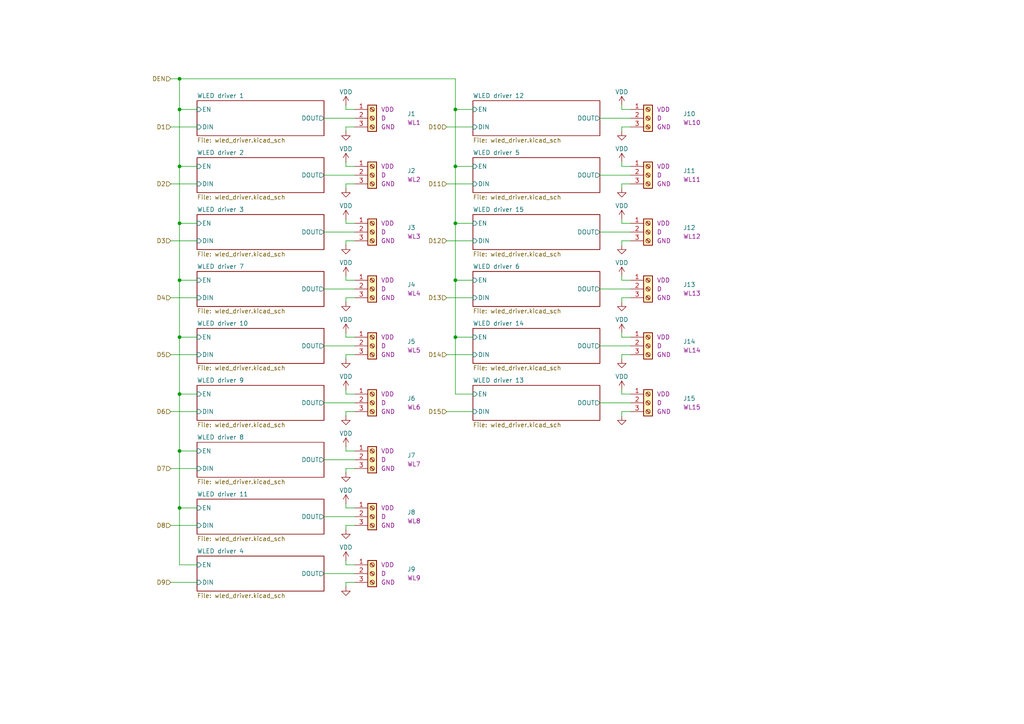
<source format=kicad_sch>
(kicad_sch (version 20231120) (generator "eeschema") (generator_version "8.0")
  (paper "A4")
  (lib_symbols
    (symbol "conn:Screw_Terminal_01x03" (pin_names (offset 1.016) hide)
      (property "Reference" "J" (at 10.16 1.27 0))
      (property "Purpose" "Terminal" (at 10.16 -1.27 0))
      (property "Purpose Pin1" "T1" (at 2.54 2.54 0))
      (property "Purpose Pin2" "T2" (at 2.54 0 0))
      (property "Purpose Pin3" "T3" (at 2.54 -2.54 0))
      (symbol "Screw_Terminal_01x03_1_1"
        (rectangle (start -1.27 3.81) (end 1.27 -3.81) (stroke (width 0.254)) (fill (type background)))
        (circle (center 0 -2.54) (radius 0.635) (stroke (width 0.1524)))
        (polyline (pts (xy -0.5334 -2.2098) (xy 0.3302 -3.048)) (stroke (width 0.1524)))
        (polyline (pts (xy -0.5334 0.3302) (xy 0.3302 -0.508)) (stroke (width 0.1524)))
        (polyline (pts (xy -0.5334 2.8702) (xy 0.3302 2.032)) (stroke (width 0.1524)))
        (polyline (pts (xy -0.3556 -2.032) (xy 0.508 -2.8702)) (stroke (width 0.1524)))
        (polyline (pts (xy -0.3556 0.508) (xy 0.508 -0.3302)) (stroke (width 0.1524)))
        (polyline (pts (xy -0.3556 3.048) (xy 0.508 2.2098)) (stroke (width 0.1524)))
        (circle (center 0 0) (radius 0.635) (stroke (width 0.1524)))
        (circle (center 0 2.54) (radius 0.635) (stroke (width 0.1524)))
        (pin passive line (at -5.08 2.54 0) (length 3.81) (name "Pin_1") (number "1"))
        (pin passive line (at -5.08 0 0) (length 3.81) (name "Pin_2") (number "2"))
        (pin passive line (at -5.08 -2.54 0) (length 3.81) (name "Pin_3") (number "3"))
      )
    )
    (symbol "power:GND" (power) (pin_numbers hide) (pin_names (offset 0) hide)
      (property "Value" "GND" (at 0 -3.81 0))
      (symbol "GND_0_1"
        (polyline (pts (xy 0 0) (xy 0 -1.27) (xy 1.27 -1.27) (xy 0 -2.54) (xy -1.27 -1.27) (xy 0 -1.27)))
      )
      (symbol "GND_1_1"
        (pin power_in line (at 0 0 270) (length 0) (name "~") (number "1"))
      )
    )
    (symbol "power:VDD" (power) (pin_numbers hide) (pin_names (offset 0) hide)
      (property "Value" "VDD" (at 0 3.556 0))
      (symbol "VDD_0_1"
        (polyline (pts (xy -0.762 1.27) (xy 0 2.54)))
        (polyline (pts (xy 0 0) (xy 0 2.54)))
        (polyline (pts (xy 0 2.54) (xy 0.762 1.27)))
      )
      (symbol "VDD_1_1"
        (pin power_in line (at 0 0 90) (length 0) (name "~") (number "1"))
      )
    )
  )
  (junction (at 52.07 81.28))
  (junction (at 52.07 147.32))
  (junction (at 52.07 114.3))
  (junction (at 52.07 31.75))
  (junction (at 52.07 97.79))
  (junction (at 132.08 81.28))
  (junction (at 132.08 48.26))
  (junction (at 52.07 64.77))
  (junction (at 52.07 48.26))
  (junction (at 52.07 22.86))
  (junction (at 132.08 31.75))
  (junction (at 132.08 97.79))
  (junction (at 52.07 130.81))
  (junction (at 132.08 64.77))
  (wire (pts (xy 93.98 116.84) (xy 102.87 116.84)))
  (wire (pts (xy 100.33 87.63) (xy 100.33 86.36)))
  (wire (pts (xy 100.33 71.12) (xy 100.33 69.85)))
  (wire (pts (xy 180.34 48.26) (xy 182.88 48.26)))
  (wire (pts (xy 180.34 119.38) (xy 182.88 119.38)))
  (wire (pts (xy 52.07 31.75) (xy 57.15 31.75)))
  (wire (pts (xy 132.08 64.77) (xy 137.16 64.77)))
  (wire (pts (xy 52.07 81.28) (xy 52.07 64.77)))
  (wire (pts (xy 93.98 83.82) (xy 102.87 83.82)))
  (wire (pts (xy 180.34 80.01) (xy 180.34 81.28)))
  (wire (pts (xy 180.34 104.14) (xy 180.34 102.87)))
  (wire (pts (xy 49.53 22.86) (xy 52.07 22.86)))
  (wire (pts (xy 173.99 34.29) (xy 182.88 34.29)))
  (wire (pts (xy 180.34 30.48) (xy 180.34 31.75)))
  (wire (pts (xy 100.33 163.83) (xy 102.87 163.83)))
  (wire (pts (xy 100.33 102.87) (xy 102.87 102.87)))
  (wire (pts (xy 100.33 119.38) (xy 102.87 119.38)))
  (wire (pts (xy 180.34 113.03) (xy 180.34 114.3)))
  (wire (pts (xy 180.34 64.77) (xy 182.88 64.77)))
  (wire (pts (xy 180.34 87.63) (xy 180.34 86.36)))
  (wire (pts (xy 129.54 53.34) (xy 137.16 53.34)))
  (wire (pts (xy 52.07 163.83) (xy 57.15 163.83)))
  (wire (pts (xy 129.54 36.83) (xy 137.16 36.83)))
  (wire (pts (xy 52.07 97.79) (xy 52.07 81.28)))
  (wire (pts (xy 100.33 152.4) (xy 102.87 152.4)))
  (wire (pts (xy 132.08 31.75) (xy 132.08 48.26)))
  (wire (pts (xy 49.53 119.38) (xy 57.15 119.38)))
  (wire (pts (xy 52.07 130.81) (xy 52.07 147.32)))
  (wire (pts (xy 129.54 86.36) (xy 137.16 86.36)))
  (wire (pts (xy 132.08 48.26) (xy 137.16 48.26)))
  (wire (pts (xy 49.53 69.85) (xy 57.15 69.85)))
  (wire (pts (xy 100.33 46.99) (xy 100.33 48.26)))
  (wire (pts (xy 180.34 46.99) (xy 180.34 48.26)))
  (wire (pts (xy 132.08 97.79) (xy 137.16 97.79)))
  (wire (pts (xy 129.54 69.85) (xy 137.16 69.85)))
  (wire (pts (xy 93.98 67.31) (xy 102.87 67.31)))
  (wire (pts (xy 132.08 114.3) (xy 137.16 114.3)))
  (wire (pts (xy 132.08 64.77) (xy 132.08 81.28)))
  (wire (pts (xy 100.33 81.28) (xy 102.87 81.28)))
  (wire (pts (xy 132.08 81.28) (xy 132.08 97.79)))
  (wire (pts (xy 180.34 69.85) (xy 182.88 69.85)))
  (wire (pts (xy 93.98 50.8) (xy 102.87 50.8)))
  (wire (pts (xy 100.33 130.81) (xy 102.87 130.81)))
  (wire (pts (xy 132.08 22.86) (xy 132.08 31.75)))
  (wire (pts (xy 100.33 54.61) (xy 100.33 53.34)))
  (wire (pts (xy 180.34 114.3) (xy 182.88 114.3)))
  (wire (pts (xy 100.33 153.67) (xy 100.33 152.4)))
  (wire (pts (xy 52.07 31.75) (xy 52.07 48.26)))
  (wire (pts (xy 100.33 170.18) (xy 100.33 168.91)))
  (wire (pts (xy 100.33 38.1) (xy 100.33 36.83)))
  (wire (pts (xy 173.99 83.82) (xy 182.88 83.82)))
  (wire (pts (xy 180.34 81.28) (xy 182.88 81.28)))
  (wire (pts (xy 100.33 104.14) (xy 100.33 102.87)))
  (wire (pts (xy 93.98 133.35) (xy 102.87 133.35)))
  (wire (pts (xy 132.08 97.79) (xy 132.08 114.3)))
  (wire (pts (xy 180.34 120.65) (xy 180.34 119.38)))
  (wire (pts (xy 93.98 100.33) (xy 102.87 100.33)))
  (wire (pts (xy 100.33 63.5) (xy 100.33 64.77)))
  (wire (pts (xy 180.34 53.34) (xy 182.88 53.34)))
  (wire (pts (xy 52.07 81.28) (xy 57.15 81.28)))
  (wire (pts (xy 100.33 129.54) (xy 100.33 130.81)))
  (wire (pts (xy 49.53 152.4) (xy 57.15 152.4)))
  (wire (pts (xy 129.54 102.87) (xy 137.16 102.87)))
  (wire (pts (xy 93.98 34.29) (xy 102.87 34.29)))
  (wire (pts (xy 49.53 36.83) (xy 57.15 36.83)))
  (wire (pts (xy 93.98 166.37) (xy 102.87 166.37)))
  (wire (pts (xy 100.33 80.01) (xy 100.33 81.28)))
  (wire (pts (xy 57.15 114.3) (xy 52.07 114.3)))
  (wire (pts (xy 180.34 96.52) (xy 180.34 97.79)))
  (wire (pts (xy 180.34 36.83) (xy 182.88 36.83)))
  (wire (pts (xy 52.07 64.77) (xy 52.07 48.26)))
  (wire (pts (xy 100.33 162.56) (xy 100.33 163.83)))
  (wire (pts (xy 100.33 30.48) (xy 100.33 31.75)))
  (wire (pts (xy 49.53 102.87) (xy 57.15 102.87)))
  (wire (pts (xy 100.33 97.79) (xy 102.87 97.79)))
  (wire (pts (xy 49.53 168.91) (xy 57.15 168.91)))
  (wire (pts (xy 100.33 146.05) (xy 100.33 147.32)))
  (wire (pts (xy 180.34 97.79) (xy 182.88 97.79)))
  (wire (pts (xy 100.33 135.89) (xy 102.87 135.89)))
  (wire (pts (xy 49.53 86.36) (xy 57.15 86.36)))
  (wire (pts (xy 180.34 63.5) (xy 180.34 64.77)))
  (wire (pts (xy 100.33 137.16) (xy 100.33 135.89)))
  (wire (pts (xy 180.34 54.61) (xy 180.34 53.34)))
  (wire (pts (xy 173.99 116.84) (xy 182.88 116.84)))
  (wire (pts (xy 52.07 147.32) (xy 57.15 147.32)))
  (wire (pts (xy 52.07 114.3) (xy 52.07 97.79)))
  (wire (pts (xy 132.08 81.28) (xy 137.16 81.28)))
  (wire (pts (xy 180.34 38.1) (xy 180.34 36.83)))
  (wire (pts (xy 173.99 67.31) (xy 182.88 67.31)))
  (wire (pts (xy 52.07 64.77) (xy 57.15 64.77)))
  (wire (pts (xy 173.99 50.8) (xy 182.88 50.8)))
  (wire (pts (xy 100.33 96.52) (xy 100.33 97.79)))
  (wire (pts (xy 52.07 114.3) (xy 52.07 130.81)))
  (wire (pts (xy 100.33 36.83) (xy 102.87 36.83)))
  (wire (pts (xy 100.33 86.36) (xy 102.87 86.36)))
  (wire (pts (xy 180.34 86.36) (xy 182.88 86.36)))
  (wire (pts (xy 129.54 119.38) (xy 137.16 119.38)))
  (wire (pts (xy 100.33 114.3) (xy 102.87 114.3)))
  (wire (pts (xy 93.98 149.86) (xy 102.87 149.86)))
  (wire (pts (xy 180.34 31.75) (xy 182.88 31.75)))
  (wire (pts (xy 132.08 48.26) (xy 132.08 64.77)))
  (wire (pts (xy 100.33 120.65) (xy 100.33 119.38)))
  (wire (pts (xy 49.53 135.89) (xy 57.15 135.89)))
  (wire (pts (xy 52.07 31.75) (xy 52.07 22.86)))
  (wire (pts (xy 52.07 97.79) (xy 57.15 97.79)))
  (wire (pts (xy 52.07 130.81) (xy 57.15 130.81)))
  (wire (pts (xy 100.33 113.03) (xy 100.33 114.3)))
  (wire (pts (xy 180.34 71.12) (xy 180.34 69.85)))
  (wire (pts (xy 132.08 31.75) (xy 137.16 31.75)))
  (wire (pts (xy 173.99 100.33) (xy 182.88 100.33)))
  (wire (pts (xy 52.07 147.32) (xy 52.07 163.83)))
  (wire (pts (xy 100.33 48.26) (xy 102.87 48.26)))
  (wire (pts (xy 100.33 53.34) (xy 102.87 53.34)))
  (wire (pts (xy 100.33 69.85) (xy 102.87 69.85)))
  (wire (pts (xy 100.33 31.75) (xy 102.87 31.75)))
  (wire (pts (xy 180.34 102.87) (xy 182.88 102.87)))
  (wire (pts (xy 100.33 64.77) (xy 102.87 64.77)))
  (wire (pts (xy 52.07 48.26) (xy 57.15 48.26)))
  (wire (pts (xy 49.53 53.34) (xy 57.15 53.34)))
  (wire (pts (xy 100.33 168.91) (xy 102.87 168.91)))
  (wire (pts (xy 100.33 147.32) (xy 102.87 147.32)))
  (wire (pts (xy 52.07 22.86) (xy 132.08 22.86)))
  (hierarchical_label "D1" (shape input) (at 49.53 36.83 180))
  (hierarchical_label "D8" (shape input) (at 49.53 152.4 180))
  (hierarchical_label "D11" (shape input) (at 129.54 53.34 180))
  (hierarchical_label "D3" (shape input) (at 49.53 69.85 180))
  (hierarchical_label "D12" (shape input) (at 129.54 69.85 180))
  (hierarchical_label "D6" (shape input) (at 49.53 119.38 180))
  (hierarchical_label "D7" (shape input) (at 49.53 135.89 180))
  (hierarchical_label "D10" (shape input) (at 129.54 36.83 180))
  (hierarchical_label "DEN" (shape input) (at 49.53 22.86 180))
  (hierarchical_label "D9" (shape input) (at 49.53 168.91 180))
  (hierarchical_label "D15" (shape input) (at 129.54 119.38 180))
  (hierarchical_label "D4" (shape input) (at 49.53 86.36 180))
  (hierarchical_label "D5" (shape input) (at 49.53 102.87 180))
  (hierarchical_label "D13" (shape input) (at 129.54 86.36 180))
  (hierarchical_label "D2" (shape input) (at 49.53 53.34 180))
  (hierarchical_label "D14" (shape input) (at 129.54 102.87 180))
  (symbol (lib_id "conn:Screw_Terminal_01x03") (at 107.95 133.35 0) (unit 1)
    (property "Reference" "J7" (at 118.11 132.08 0) (effects (justify left)))
    (property "Value" "Screw_Terminal_01x03" (effects (hide yes)))
    (property "Footprint" "conn:TerminalBlock_Degson_1x03_P3.50mm_Horizontal" (effects (hide yes)))
    (property "Purpose" "WL7" (at 118.11 134.62 0) (effects (justify left)))
    (property "Purpose Pin1" "VDD" (at 110.49 130.81 0) (effects (justify left)))
    (property "Purpose Pin2" "D" (at 110.49 133.35 0) (effects (justify left)))
    (property "Purpose Pin3" "GND" (at 110.49 135.89 0) (effects (justify left)))
    (property "Shop" "https://store.comet.bg/Catalogue/Product/45041/, https://store.comet.bg/Catalogue/Product/45029/" (effects (hide yes)))
    (property "Part" "15EDGVC-3.5-03P-14-00Z(H), 15EDGKA-3.5-03P-14-100AH" (effects (hide yes)))
  )
  (symbol (lib_id "conn:Screw_Terminal_01x03") (at 107.95 34.29 0) (unit 1)
    (property "Reference" "J1" (at 118.11 33.02 0) (effects (justify left)))
    (property "Value" "Screw_Terminal_01x03" (effects (hide yes)))
    (property "Footprint" "conn:TerminalBlock_Degson_1x03_P3.50mm_Horizontal" (effects (hide yes)))
    (property "Purpose" "WL1" (at 118.11 35.56 0) (effects (justify left)))
    (property "Purpose Pin1" "VDD" (at 110.49 31.75 0) (effects (justify left)))
    (property "Purpose Pin2" "D" (at 110.49 34.29 0) (effects (justify left)))
    (property "Purpose Pin3" "GND" (at 110.49 36.83 0) (effects (justify left)))
    (property "Shop" "https://store.comet.bg/Catalogue/Product/45034/, https://store.comet.bg/Catalogue/Product/45029/" (effects (hide yes)))
    (property "Part" "15EDGRC-3.5-03P-14-00AH, 15EDGKA-3.5-03P-14-100AH" (effects (hide yes)))
  )
  (symbol (lib_id "power:GND") (at 100.33 38.1 0) (unit 1)
    (property "Reference" "#PWR021" (effects (hide yes)))
    (property "Value" "GND" (effects (hide yes)))
    (property "Description" "Power symbol creates a global label with name \"GND\" , ground" (effects (hide yes)))
  )
  (symbol (lib_id "power:VDD") (at 100.33 63.5 0) (unit 1)
    (property "Reference" "#PWR024" (effects (hide yes)))
    (property "Value" "VDD" (at 100.33 59.69 0))
    (property "Description" "Power symbol creates a global label with name \"VDD\"" (effects (hide yes)))
  )
  (symbol (lib_id "power:VDD") (at 180.34 30.48 0) (unit 1)
    (property "Reference" "#PWR038" (effects (hide yes)))
    (property "Value" "VDD" (at 180.34 26.67 0))
    (property "Description" "Power symbol creates a global label with name \"VDD\"" (effects (hide yes)))
  )
  (symbol (lib_id "power:GND") (at 100.33 153.67 0) (unit 1)
    (property "Reference" "#PWR035" (effects (hide yes)))
    (property "Value" "GND" (effects (hide yes)))
    (property "Description" "Power symbol creates a global label with name \"GND\" , ground" (effects (hide yes)))
  )
  (symbol (lib_id "power:GND") (at 100.33 54.61 0) (unit 1)
    (property "Reference" "#PWR023" (effects (hide yes)))
    (property "Value" "GND" (effects (hide yes)))
    (property "Description" "Power symbol creates a global label with name \"GND\" , ground" (effects (hide yes)))
  )
  (symbol (lib_id "conn:Screw_Terminal_01x03") (at 187.96 83.82 0) (unit 1)
    (property "Reference" "J13" (at 198.12 82.55 0) (effects (justify left)))
    (property "Value" "Screw_Terminal_01x03" (effects (hide yes)))
    (property "Footprint" "conn:TerminalBlock_Degson_1x03_P3.50mm_Horizontal" (effects (hide yes)))
    (property "Purpose" "WL13" (at 198.12 85.09 0) (effects (justify left)))
    (property "Purpose Pin1" "VDD" (at 190.5 81.28 0) (effects (justify left)))
    (property "Purpose Pin2" "D" (at 190.5 83.82 0) (effects (justify left)))
    (property "Purpose Pin3" "GND" (at 190.5 86.36 0) (effects (justify left)))
    (property "Shop" "https://store.comet.bg/Catalogue/Product/45041/, https://store.comet.bg/Catalogue/Product/45029/" (effects (hide yes)))
    (property "Part" "15EDGVC-3.5-03P-14-00Z(H), 15EDGKA-3.5-03P-14-100AH" (effects (hide yes)))
  )
  (symbol (lib_id "power:GND") (at 100.33 120.65 0) (unit 1)
    (property "Reference" "#PWR031" (effects (hide yes)))
    (property "Value" "GND" (effects (hide yes)))
    (property "Description" "Power symbol creates a global label with name \"GND\" , ground" (effects (hide yes)))
  )
  (symbol (lib_id "power:GND") (at 180.34 71.12 0) (unit 1)
    (property "Reference" "#PWR043" (effects (hide yes)))
    (property "Value" "GND" (effects (hide yes)))
    (property "Description" "Power symbol creates a global label with name \"GND\" , ground" (effects (hide yes)))
  )
  (symbol (lib_id "power:VDD") (at 180.34 63.5 0) (unit 1)
    (property "Reference" "#PWR042" (effects (hide yes)))
    (property "Value" "VDD" (at 180.34 59.69 0))
    (property "Description" "Power symbol creates a global label with name \"VDD\"" (effects (hide yes)))
  )
  (symbol (lib_id "power:VDD") (at 180.34 96.52 0) (unit 1)
    (property "Reference" "#PWR046" (effects (hide yes)))
    (property "Value" "VDD" (at 180.34 92.71 0))
    (property "Description" "Power symbol creates a global label with name \"VDD\"" (effects (hide yes)))
  )
  (symbol (lib_id "power:VDD") (at 180.34 113.03 0) (unit 1)
    (property "Reference" "#PWR048" (effects (hide yes)))
    (property "Value" "VDD" (at 180.34 109.22 0))
    (property "Description" "Power symbol creates a global label with name \"VDD\"" (effects (hide yes)))
  )
  (symbol (lib_id "power:VDD") (at 100.33 146.05 0) (unit 1)
    (property "Reference" "#PWR034" (effects (hide yes)))
    (property "Value" "VDD" (at 100.33 142.24 0))
    (property "Description" "Power symbol creates a global label with name \"VDD\"" (effects (hide yes)))
  )
  (symbol (lib_id "power:VDD") (at 100.33 129.54 0) (unit 1)
    (property "Reference" "#PWR032" (effects (hide yes)))
    (property "Value" "VDD" (at 100.33 125.73 0))
    (property "Description" "Power symbol creates a global label with name \"VDD\"" (effects (hide yes)))
  )
  (symbol (lib_id "power:VDD") (at 100.33 80.01 0) (unit 1)
    (property "Reference" "#PWR026" (effects (hide yes)))
    (property "Value" "VDD" (at 100.33 76.2 0))
    (property "Description" "Power symbol creates a global label with name \"VDD\"" (effects (hide yes)))
  )
  (symbol (lib_id "conn:Screw_Terminal_01x03") (at 107.95 67.31 0) (unit 1)
    (property "Reference" "J3" (at 118.11 66.04 0) (effects (justify left)))
    (property "Value" "Screw_Terminal_01x03" (effects (hide yes)))
    (property "Footprint" "conn:TerminalBlock_Degson_1x03_P3.50mm_Horizontal" (effects (hide yes)))
    (property "Purpose" "WL3" (at 118.11 68.58 0) (effects (justify left)))
    (property "Purpose Pin1" "VDD" (at 110.49 64.77 0) (effects (justify left)))
    (property "Purpose Pin2" "D" (at 110.49 67.31 0) (effects (justify left)))
    (property "Purpose Pin3" "GND" (at 110.49 69.85 0) (effects (justify left)))
    (property "Shop" "https://store.comet.bg/Catalogue/Product/45041/, https://store.comet.bg/Catalogue/Product/45029/" (effects (hide yes)))
    (property "Part" "15EDGVC-3.5-03P-14-00Z(H), 15EDGKA-3.5-03P-14-100AH" (effects (hide yes)))
  )
  (symbol (lib_id "conn:Screw_Terminal_01x03") (at 187.96 50.8 0) (unit 1)
    (property "Reference" "J11" (at 198.12 49.53 0) (effects (justify left)))
    (property "Value" "Screw_Terminal_01x03" (effects (hide yes)))
    (property "Footprint" "conn:TerminalBlock_Degson_1x03_P3.50mm_Horizontal" (effects (hide yes)))
    (property "Purpose" "WL11" (at 198.12 52.07 0) (effects (justify left)))
    (property "Purpose Pin1" "VDD" (at 190.5 48.26 0) (effects (justify left)))
    (property "Purpose Pin2" "D" (at 190.5 50.8 0) (effects (justify left)))
    (property "Purpose Pin3" "GND" (at 190.5 53.34 0) (effects (justify left)))
    (property "Shop" "https://store.comet.bg/Catalogue/Product/45041/, https://store.comet.bg/Catalogue/Product/45029/" (effects (hide yes)))
    (property "Part" "15EDGVC-3.5-03P-14-00Z(H), 15EDGKA-3.5-03P-14-100AH" (effects (hide yes)))
  )
  (symbol (lib_id "power:VDD") (at 180.34 80.01 0) (unit 1)
    (property "Reference" "#PWR044" (effects (hide yes)))
    (property "Value" "VDD" (at 180.34 76.2 0))
    (property "Description" "Power symbol creates a global label with name \"VDD\"" (effects (hide yes)))
  )
  (symbol (lib_id "conn:Screw_Terminal_01x03") (at 187.96 100.33 0) (unit 1)
    (property "Reference" "J14" (at 198.12 99.06 0) (effects (justify left)))
    (property "Value" "Screw_Terminal_01x03" (effects (hide yes)))
    (property "Footprint" "conn:TerminalBlock_Degson_1x03_P3.50mm_Horizontal" (effects (hide yes)))
    (property "Purpose" "WL14" (at 198.12 101.6 0) (effects (justify left)))
    (property "Purpose Pin1" "VDD" (at 190.5 97.79 0) (effects (justify left)))
    (property "Purpose Pin2" "D" (at 190.5 100.33 0) (effects (justify left)))
    (property "Purpose Pin3" "GND" (at 190.5 102.87 0) (effects (justify left)))
    (property "Shop" "https://store.comet.bg/Catalogue/Product/45041/, https://store.comet.bg/Catalogue/Product/45029/" (effects (hide yes)))
    (property "Part" "15EDGVC-3.5-03P-14-00Z(H), 15EDGKA-3.5-03P-14-100AH" (effects (hide yes)))
  )
  (symbol (lib_id "power:GND") (at 100.33 170.18 0) (unit 1)
    (property "Reference" "#PWR037" (effects (hide yes)))
    (property "Value" "GND" (effects (hide yes)))
    (property "Description" "Power symbol creates a global label with name \"GND\" , ground" (effects (hide yes)))
  )
  (symbol (lib_id "power:VDD") (at 100.33 113.03 0) (unit 1)
    (property "Reference" "#PWR030" (effects (hide yes)))
    (property "Value" "VDD" (at 100.33 109.22 0))
    (property "Description" "Power symbol creates a global label with name \"VDD\"" (effects (hide yes)))
  )
  (symbol (lib_id "power:VDD") (at 100.33 162.56 0) (unit 1)
    (property "Reference" "#PWR036" (effects (hide yes)))
    (property "Value" "VDD" (at 100.33 158.75 0))
    (property "Description" "Power symbol creates a global label with name \"VDD\"" (effects (hide yes)))
  )
  (symbol (lib_id "conn:Screw_Terminal_01x03") (at 107.95 50.8 0) (unit 1)
    (property "Reference" "J2" (at 118.11 49.53 0) (effects (justify left)))
    (property "Value" "Screw_Terminal_01x03" (effects (hide yes)))
    (property "Footprint" "conn:TerminalBlock_Degson_1x03_P3.50mm_Horizontal" (effects (hide yes)))
    (property "Purpose" "WL2" (at 118.11 52.07 0) (effects (justify left)))
    (property "Purpose Pin1" "VDD" (at 110.49 48.26 0) (effects (justify left)))
    (property "Purpose Pin2" "D" (at 110.49 50.8 0) (effects (justify left)))
    (property "Purpose Pin3" "GND" (at 110.49 53.34 0) (effects (justify left)))
    (property "Shop" "https://store.comet.bg/Catalogue/Product/45041/, https://store.comet.bg/Catalogue/Product/45029/" (effects (hide yes)))
    (property "Part" "15EDGVC-3.5-03P-14-00Z(H), 15EDGKA-3.5-03P-14-100AH" (effects (hide yes)))
  )
  (symbol (lib_id "power:VDD") (at 100.33 30.48 0) (unit 1)
    (property "Reference" "#PWR020" (effects (hide yes)))
    (property "Value" "VDD" (at 100.33 26.67 0))
    (property "Description" "Power symbol creates a global label with name \"VDD\"" (effects (hide yes)))
  )
  (symbol (lib_id "conn:Screw_Terminal_01x03") (at 107.95 116.84 0) (unit 1)
    (property "Reference" "J6" (at 118.11 115.57 0) (effects (justify left)))
    (property "Value" "Screw_Terminal_01x03" (effects (hide yes)))
    (property "Footprint" "conn:TerminalBlock_Degson_1x03_P3.50mm_Horizontal" (effects (hide yes)))
    (property "Purpose" "WL6" (at 118.11 118.11 0) (effects (justify left)))
    (property "Purpose Pin1" "VDD" (at 110.49 114.3 0) (effects (justify left)))
    (property "Purpose Pin2" "D" (at 110.49 116.84 0) (effects (justify left)))
    (property "Purpose Pin3" "GND" (at 110.49 119.38 0) (effects (justify left)))
    (property "Shop" "https://store.comet.bg/Catalogue/Product/45041/, https://store.comet.bg/Catalogue/Product/45029/" (effects (hide yes)))
    (property "Part" "15EDGVC-3.5-03P-14-00Z(H), 15EDGKA-3.5-03P-14-100AH" (effects (hide yes)))
  )
  (symbol (lib_id "conn:Screw_Terminal_01x03") (at 187.96 116.84 0) (unit 1)
    (property "Reference" "J15" (at 198.12 115.57 0) (effects (justify left)))
    (property "Value" "Screw_Terminal_01x03" (effects (hide yes)))
    (property "Footprint" "conn:TerminalBlock_Degson_1x03_P3.50mm_Horizontal" (effects (hide yes)))
    (property "Purpose" "WL15" (at 198.12 118.11 0) (effects (justify left)))
    (property "Purpose Pin1" "VDD" (at 190.5 114.3 0) (effects (justify left)))
    (property "Purpose Pin2" "D" (at 190.5 116.84 0) (effects (justify left)))
    (property "Purpose Pin3" "GND" (at 190.5 119.38 0) (effects (justify left)))
    (property "Shop" "https://store.comet.bg/Catalogue/Product/45041/, https://store.comet.bg/Catalogue/Product/45029/" (effects (hide yes)))
    (property "Part" "15EDGVC-3.5-03P-14-00Z(H), 15EDGKA-3.5-03P-14-100AH" (effects (hide yes)))
  )
  (symbol (lib_id "conn:Screw_Terminal_01x03") (at 107.95 100.33 0) (unit 1)
    (property "Reference" "J5" (at 118.11 99.06 0) (effects (justify left)))
    (property "Value" "Screw_Terminal_01x03" (effects (hide yes)))
    (property "Footprint" "conn:TerminalBlock_Degson_1x03_P3.50mm_Horizontal" (effects (hide yes)))
    (property "Purpose" "WL5" (at 118.11 101.6 0) (effects (justify left)))
    (property "Purpose Pin1" "VDD" (at 110.49 97.79 0) (effects (justify left)))
    (property "Purpose Pin2" "D" (at 110.49 100.33 0) (effects (justify left)))
    (property "Purpose Pin3" "GND" (at 110.49 102.87 0) (effects (justify left)))
    (property "Shop" "https://store.comet.bg/Catalogue/Product/45041/, https://store.comet.bg/Catalogue/Product/45029/" (effects (hide yes)))
    (property "Part" "15EDGVC-3.5-03P-14-00Z(H), 15EDGKA-3.5-03P-14-100AH" (effects (hide yes)))
  )
  (symbol (lib_id "power:GND") (at 180.34 38.1 0) (unit 1)
    (property "Reference" "#PWR039" (effects (hide yes)))
    (property "Value" "GND" (effects (hide yes)))
    (property "Description" "Power symbol creates a global label with name \"GND\" , ground" (effects (hide yes)))
  )
  (symbol (lib_id "conn:Screw_Terminal_01x03") (at 187.96 34.29 0) (unit 1)
    (property "Reference" "J10" (at 198.12 33.02 0) (effects (justify left)))
    (property "Value" "Screw_Terminal_01x03" (effects (hide yes)))
    (property "Footprint" "conn:TerminalBlock_Degson_1x03_P3.50mm_Horizontal" (effects (hide yes)))
    (property "Purpose" "WL10" (at 198.12 35.56 0) (effects (justify left)))
    (property "Purpose Pin1" "VDD" (at 190.5 31.75 0) (effects (justify left)))
    (property "Purpose Pin2" "D" (at 190.5 34.29 0) (effects (justify left)))
    (property "Purpose Pin3" "GND" (at 190.5 36.83 0) (effects (justify left)))
    (property "Shop" "https://store.comet.bg/Catalogue/Product/45041/, https://store.comet.bg/Catalogue/Product/45029/" (effects (hide yes)))
    (property "Part" "15EDGVC-3.5-03P-14-00Z(H), 15EDGKA-3.5-03P-14-100AH" (effects (hide yes)))
  )
  (symbol (lib_id "power:GND") (at 100.33 71.12 0) (unit 1)
    (property "Reference" "#PWR025" (effects (hide yes)))
    (property "Value" "GND" (effects (hide yes)))
    (property "Description" "Power symbol creates a global label with name \"GND\" , ground" (effects (hide yes)))
  )
  (symbol (lib_id "power:GND") (at 180.34 87.63 0) (unit 1)
    (property "Reference" "#PWR045" (effects (hide yes)))
    (property "Value" "GND" (effects (hide yes)))
    (property "Description" "Power symbol creates a global label with name \"GND\" , ground" (effects (hide yes)))
  )
  (symbol (lib_id "power:VDD") (at 100.33 96.52 0) (unit 1)
    (property "Reference" "#PWR028" (effects (hide yes)))
    (property "Value" "VDD" (at 100.33 92.71 0))
    (property "Description" "Power symbol creates a global label with name \"VDD\"" (effects (hide yes)))
  )
  (symbol (lib_id "conn:Screw_Terminal_01x03") (at 187.96 67.31 0) (unit 1)
    (property "Reference" "J12" (at 198.12 66.04 0) (effects (justify left)))
    (property "Value" "Screw_Terminal_01x03" (effects (hide yes)))
    (property "Footprint" "conn:TerminalBlock_Degson_1x03_P3.50mm_Horizontal" (effects (hide yes)))
    (property "Purpose" "WL12" (at 198.12 68.58 0) (effects (justify left)))
    (property "Purpose Pin1" "VDD" (at 190.5 64.77 0) (effects (justify left)))
    (property "Purpose Pin2" "D" (at 190.5 67.31 0) (effects (justify left)))
    (property "Purpose Pin3" "GND" (at 190.5 69.85 0) (effects (justify left)))
    (property "Shop" "https://store.comet.bg/Catalogue/Product/45041/, https://store.comet.bg/Catalogue/Product/45029/" (effects (hide yes)))
    (property "Part" "15EDGVC-3.5-03P-14-00Z(H), 15EDGKA-3.5-03P-14-100AH" (effects (hide yes)))
  )
  (symbol (lib_id "conn:Screw_Terminal_01x03") (at 107.95 166.37 0) (unit 1)
    (property "Reference" "J9" (at 118.11 165.1 0) (effects (justify left)))
    (property "Value" "Screw_Terminal_01x03" (effects (hide yes)))
    (property "Footprint" "conn:TerminalBlock_Degson_1x03_P3.50mm_Horizontal" (effects (hide yes)))
    (property "Purpose" "WL9" (at 118.11 167.64 0) (effects (justify left)))
    (property "Purpose Pin1" "VDD" (at 110.49 163.83 0) (effects (justify left)))
    (property "Purpose Pin2" "D" (at 110.49 166.37 0) (effects (justify left)))
    (property "Purpose Pin3" "GND" (at 110.49 168.91 0) (effects (justify left)))
    (property "Shop" "https://store.comet.bg/Catalogue/Product/45041/, https://store.comet.bg/Catalogue/Product/45029/" (effects (hide yes)))
    (property "Part" "15EDGVC-3.5-03P-14-00Z(H), 15EDGKA-3.5-03P-14-100AH" (effects (hide yes)))
  )
  (symbol (lib_id "power:GND") (at 100.33 104.14 0) (unit 1)
    (property "Reference" "#PWR029" (effects (hide yes)))
    (property "Value" "GND" (effects (hide yes)))
    (property "Description" "Power symbol creates a global label with name \"GND\" , ground" (effects (hide yes)))
  )
  (symbol (lib_id "power:VDD") (at 100.33 46.99 0) (unit 1)
    (property "Reference" "#PWR022" (effects (hide yes)))
    (property "Value" "VDD" (at 100.33 43.18 0))
    (property "Description" "Power symbol creates a global label with name \"VDD\"" (effects (hide yes)))
  )
  (symbol (lib_id "conn:Screw_Terminal_01x03") (at 107.95 149.86 0) (unit 1)
    (property "Reference" "J8" (at 118.11 148.59 0) (effects (justify left)))
    (property "Value" "Screw_Terminal_01x03" (effects (hide yes)))
    (property "Footprint" "conn:TerminalBlock_Degson_1x03_P3.50mm_Horizontal" (effects (hide yes)))
    (property "Purpose" "WL8" (at 118.11 151.13 0) (effects (justify left)))
    (property "Purpose Pin1" "VDD" (at 110.49 147.32 0) (effects (justify left)))
    (property "Purpose Pin2" "D" (at 110.49 149.86 0) (effects (justify left)))
    (property "Purpose Pin3" "GND" (at 110.49 152.4 0) (effects (justify left)))
    (property "Shop" "https://store.comet.bg/Catalogue/Product/45041/, https://store.comet.bg/Catalogue/Product/45029/" (effects (hide yes)))
    (property "Part" "15EDGVC-3.5-03P-14-00Z(H), 15EDGKA-3.5-03P-14-100AH" (effects (hide yes)))
  )
  (symbol (lib_id "conn:Screw_Terminal_01x03") (at 107.95 83.82 0) (unit 1)
    (property "Reference" "J4" (at 118.11 82.55 0) (effects (justify left)))
    (property "Value" "Screw_Terminal_01x03" (effects (hide yes)))
    (property "Footprint" "conn:TerminalBlock_Degson_1x03_P3.50mm_Horizontal" (effects (hide yes)))
    (property "Purpose" "WL4" (at 118.11 85.09 0) (effects (justify left)))
    (property "Purpose Pin1" "VDD" (at 110.49 81.28 0) (effects (justify left)))
    (property "Purpose Pin2" "D" (at 110.49 83.82 0) (effects (justify left)))
    (property "Purpose Pin3" "GND" (at 110.49 86.36 0) (effects (justify left)))
    (property "Shop" "https://store.comet.bg/Catalogue/Product/45041/, https://store.comet.bg/Catalogue/Product/45029/" (effects (hide yes)))
    (property "Part" "15EDGVC-3.5-03P-14-00Z(H), 15EDGKA-3.5-03P-14-100AH" (effects (hide yes)))
  )
  (symbol (lib_id "power:GND") (at 100.33 87.63 0) (unit 1)
    (property "Reference" "#PWR027" (effects (hide yes)))
    (property "Value" "GND" (effects (hide yes)))
    (property "Description" "Power symbol creates a global label with name \"GND\" , ground" (effects (hide yes)))
  )
  (symbol (lib_id "power:GND") (at 180.34 104.14 0) (unit 1)
    (property "Reference" "#PWR047" (effects (hide yes)))
    (property "Value" "GND" (effects (hide yes)))
    (property "Description" "Power symbol creates a global label with name \"GND\" , ground" (effects (hide yes)))
  )
  (symbol (lib_id "power:GND") (at 180.34 54.61 0) (unit 1)
    (property "Reference" "#PWR041" (effects (hide yes)))
    (property "Value" "GND" (effects (hide yes)))
    (property "Description" "Power symbol creates a global label with name \"GND\" , ground" (effects (hide yes)))
  )
  (symbol (lib_id "power:VDD") (at 180.34 46.99 0) (unit 1)
    (property "Reference" "#PWR040" (effects (hide yes)))
    (property "Value" "VDD" (at 180.34 43.18 0))
    (property "Description" "Power symbol creates a global label with name \"VDD\"" (effects (hide yes)))
  )
  (symbol (lib_id "power:GND") (at 100.33 137.16 0) (unit 1)
    (property "Reference" "#PWR033" (effects (hide yes)))
    (property "Value" "GND" (effects (hide yes)))
    (property "Description" "Power symbol creates a global label with name \"GND\" , ground" (effects (hide yes)))
  )
  (symbol (lib_id "power:GND") (at 180.34 120.65 0) (unit 1)
    (property "Reference" "#PWR049" (effects (hide yes)))
    (property "Value" "GND" (effects (hide yes)))
    (property "Description" "Power symbol creates a global label with name \"GND\" , ground" (effects (hide yes)))
  )
  (sheet (at 57.15 128.27) (size 36.83 10.16) (stroke (width 0.1524))
    (property "Sheetname" "WLED driver 8" (at 57.15 127.5584 0) (effects (justify left bottom)))
    (property "Sheetfile" "wled_driver.kicad_sch" (at 57.15 139.0146 0) (effects (justify left top)))
    (pin "EN" input (at 57.15 130.81 180))
    (pin "DIN" input (at 57.15 135.89 180))
    (pin "DOUT" output (at 93.98 133.35 0))
  )
  (sheet (at 57.15 45.72) (size 36.83 10.16) (stroke (width 0.1524))
    (property "Sheetname" "WLED driver 2" (at 57.15 45.0084 0) (effects (justify left bottom)))
    (property "Sheetfile" "wled_driver.kicad_sch" (at 57.15 56.4646 0) (effects (justify left top)))
    (pin "EN" input (at 57.15 48.26 180))
    (pin "DIN" input (at 57.15 53.34 180))
    (pin "DOUT" output (at 93.98 50.8 0))
  )
  (sheet (at 57.15 161.29) (size 36.83 10.16) (stroke (width 0.1524))
    (property "Sheetname" "WLED driver 4" (at 57.15 160.5784 0) (effects (justify left bottom)))
    (property "Sheetfile" "wled_driver.kicad_sch" (at 57.15 172.0346 0) (effects (justify left top)))
    (pin "EN" input (at 57.15 163.83 180))
    (pin "DIN" input (at 57.15 168.91 180))
    (pin "DOUT" output (at 93.98 166.37 0))
  )
  (sheet (at 137.16 62.23) (size 36.83 10.16) (stroke (width 0.1524))
    (property "Sheetname" "WLED driver 15" (at 137.16 61.5184 0) (effects (justify left bottom)))
    (property "Sheetfile" "wled_driver.kicad_sch" (at 137.16 72.9746 0) (effects (justify left top)))
    (pin "EN" input (at 137.16 64.77 180))
    (pin "DIN" input (at 137.16 69.85 180))
    (pin "DOUT" output (at 173.99 67.31 0))
  )
  (sheet (at 137.16 95.25) (size 36.83 10.16) (stroke (width 0.1524))
    (property "Sheetname" "WLED driver 14" (at 137.16 94.5384 0) (effects (justify left bottom)))
    (property "Sheetfile" "wled_driver.kicad_sch" (at 137.16 105.9946 0) (effects (justify left top)))
    (pin "EN" input (at 137.16 97.79 180))
    (pin "DIN" input (at 137.16 102.87 180))
    (pin "DOUT" output (at 173.99 100.33 0))
  )
  (sheet (at 137.16 29.21) (size 36.83 10.16) (stroke (width 0.1524))
    (property "Sheetname" "WLED driver 12" (at 137.16 28.4984 0) (effects (justify left bottom)))
    (property "Sheetfile" "wled_driver.kicad_sch" (at 137.16 39.9546 0) (effects (justify left top)))
    (pin "EN" input (at 137.16 31.75 180))
    (pin "DIN" input (at 137.16 36.83 180))
    (pin "DOUT" output (at 173.99 34.29 0))
  )
  (sheet (at 137.16 45.72) (size 36.83 10.16) (stroke (width 0.1524))
    (property "Sheetname" "WLED driver 5" (at 137.16 45.0084 0) (effects (justify left bottom)))
    (property "Sheetfile" "wled_driver.kicad_sch" (at 137.16 56.4646 0) (effects (justify left top)))
    (pin "EN" input (at 137.16 48.26 180))
    (pin "DIN" input (at 137.16 53.34 180))
    (pin "DOUT" output (at 173.99 50.8 0))
  )
  (sheet (at 57.15 95.25) (size 36.83 10.16) (stroke (width 0.1524))
    (property "Sheetname" "WLED driver 10" (at 57.15 94.5384 0) (effects (justify left bottom)))
    (property "Sheetfile" "wled_driver.kicad_sch" (at 57.15 105.9946 0) (effects (justify left top)))
    (pin "EN" input (at 57.15 97.79 180))
    (pin "DIN" input (at 57.15 102.87 180))
    (pin "DOUT" output (at 93.98 100.33 0))
  )
  (sheet (at 137.16 111.76) (size 36.83 10.16) (stroke (width 0.1524))
    (property "Sheetname" "WLED driver 13" (at 137.16 111.0484 0) (effects (justify left bottom)))
    (property "Sheetfile" "wled_driver.kicad_sch" (at 137.16 122.5046 0) (effects (justify left top)))
    (pin "EN" input (at 137.16 114.3 180))
    (pin "DIN" input (at 137.16 119.38 180))
    (pin "DOUT" output (at 173.99 116.84 0))
  )
  (sheet (at 57.15 29.21) (size 36.83 10.16) (stroke (width 0.1524))
    (property "Sheetname" "WLED driver 1" (at 57.15 28.4984 0) (effects (justify left bottom)))
    (property "Sheetfile" "wled_driver.kicad_sch" (at 57.15 39.9546 0) (effects (justify left top)))
    (pin "EN" input (at 57.15 31.75 180))
    (pin "DIN" input (at 57.15 36.83 180))
    (pin "DOUT" output (at 93.98 34.29 0))
  )
  (sheet (at 57.15 144.78) (size 36.83 10.16) (stroke (width 0.1524))
    (property "Sheetname" "WLED driver 11" (at 57.15 144.0684 0) (effects (justify left bottom)))
    (property "Sheetfile" "wled_driver.kicad_sch" (at 57.15 155.5246 0) (effects (justify left top)))
    (pin "EN" input (at 57.15 147.32 180))
    (pin "DIN" input (at 57.15 152.4 180))
    (pin "DOUT" output (at 93.98 149.86 0))
  )
  (sheet (at 57.15 78.74) (size 36.83 10.16) (stroke (width 0.1524))
    (property "Sheetname" "WLED driver 7" (at 57.15 78.0284 0) (effects (justify left bottom)))
    (property "Sheetfile" "wled_driver.kicad_sch" (at 57.15 89.4846 0) (effects (justify left top)))
    (pin "EN" input (at 57.15 81.28 180))
    (pin "DIN" input (at 57.15 86.36 180))
    (pin "DOUT" output (at 93.98 83.82 0))
  )
  (sheet (at 137.16 78.74) (size 36.83 10.16) (stroke (width 0.1524))
    (property "Sheetname" "WLED driver 6" (at 137.16 78.0284 0) (effects (justify left bottom)))
    (property "Sheetfile" "wled_driver.kicad_sch" (at 137.16 89.4846 0) (effects (justify left top)))
    (pin "EN" input (at 137.16 81.28 180))
    (pin "DIN" input (at 137.16 86.36 180))
    (pin "DOUT" output (at 173.99 83.82 0))
  )
  (sheet (at 57.15 111.76) (size 36.83 10.16) (stroke (width 0.1524))
    (property "Sheetname" "WLED driver 9" (at 57.15 111.0484 0) (effects (justify left bottom)))
    (property "Sheetfile" "wled_driver.kicad_sch" (at 57.15 122.5046 0) (effects (justify left top)))
    (pin "EN" input (at 57.15 114.3 180))
    (pin "DIN" input (at 57.15 119.38 180))
    (pin "DOUT" output (at 93.98 116.84 0))
  )
  (sheet (at 57.15 62.23) (size 36.83 10.16) (stroke (width 0.1524))
    (property "Sheetname" "WLED driver 3" (at 57.15 61.5184 0) (effects (justify left bottom)))
    (property "Sheetfile" "wled_driver.kicad_sch" (at 57.15 72.9746 0) (effects (justify left top)))
    (pin "EN" input (at 57.15 64.77 180))
    (pin "DIN" input (at 57.15 69.85 180))
    (pin "DOUT" output (at 93.98 67.31 0))
  )
)
</source>
